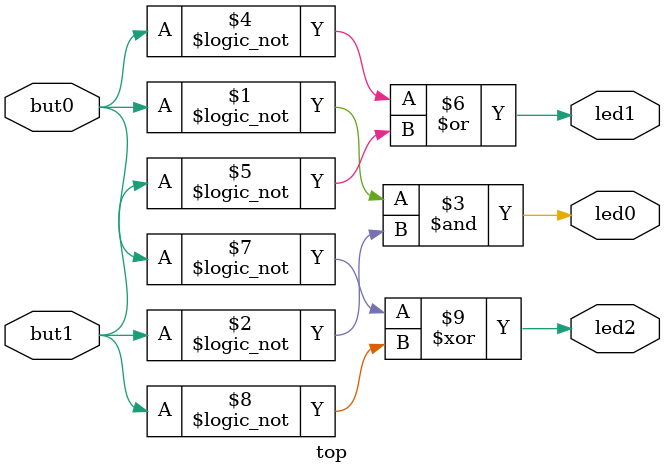
<source format=v>
module top(
    (* LOC = "FB1_14" *)
    input but0,
    (* LOC = "FB1_15" *)
    input but1,
    (* LOC = "FB1_9" *)
    (* TERM = "TRUE" *)
    output led0,
    (* LOC = "FB1_10" *)
    (* TERM = "TRUE" *)
    output led1,
    (* LOC = "FB1_11" *)
    (* TERM = "TRUE" *)
    output led2
);

assign led0 = !but0 & !but1;
assign led1 = !but0 | !but1;
assign led2 = !but0 ^ !but1;

endmodule

</source>
